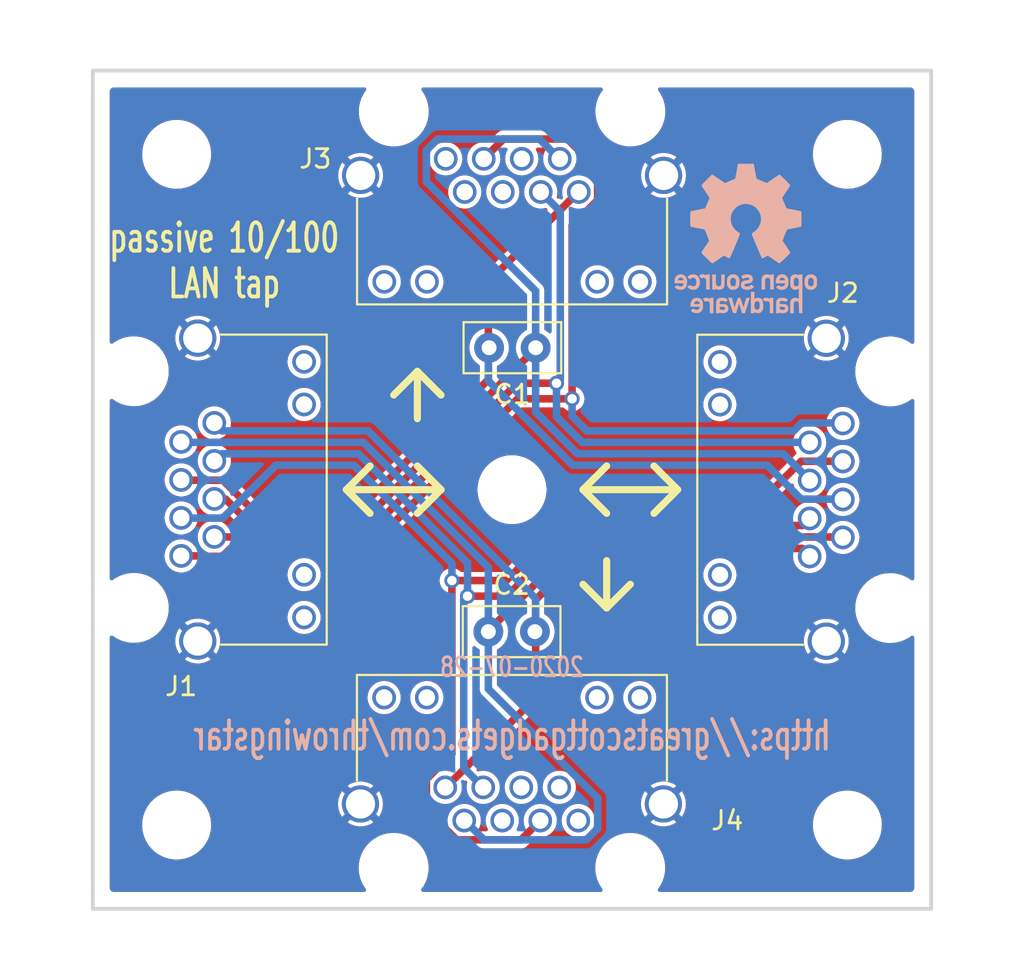
<source format=kicad_pcb>
(kicad_pcb (version 20221018) (generator pcbnew)
  (title_block (title "Throwing Star LAN Tap Pro") (date "2020-07-28") (company "Copyright (c) 2010-2020 Great Scott Gadgets <info@greatscottgadgets.com>") (comment 1 "Licensed under the CERN-OHL-P v2"))
  (layers (0 "F.Cu" signal "Front") (31 "B.Cu" signal "Back") (34 "B.Paste" user) (35 "F.Paste" user) (36 "B.SilkS" user "B.Silkscreen") (37 "F.SilkS" user "F.Silkscreen") (38 "B.Mask" user) (39 "F.Mask" user) (44 "Edge.Cuts" user))
  (net 0 "")
  (net 1 "/SIG1")
  (net 2 "/SIG2")
  (net 3 "/SIG3")
  (net 4 "/SIG4")
  (net 5 "/SIG5")
  (net 6 "/SIG6")
  (net 7 "/SIG7")
  (net 8 "/SIG8")
  (net 9 "Net-(J3-Pad4)")
  (net 10 "Net-(J3-Pad2)")
  (net 11 "Net-(J3-Pad5)")
  (net 12 "Net-(J3-Pad1)")
  (net 13 "Net-(J4-Pad1)")
  (net 14 "Net-(J4-Pad5)")
  (net 15 "Net-(J4-Pad2)")
  (net 16 "Net-(J4-Pad4)")
  (net 17 "GND")
  (footprint "MountingHole:MountingHole_3.2mm_M3" (layer "F.Cu") (at 108.99902 83.59902)
    (fp_text reference "REF**")
    (fp_text value "MountingHole_3.2mm_M3")
    (pad "" np_thru_hole circle (at 0 0) (size 3.2 3.2) (drill 3.2) (layers "*.Cu" "*.Mask"))
  )
  (footprint "Capacitor_THT:C_Disc_D5.0mm_W2.5mm_P2.50mm" (layer "F.Cu") (at 128.27 93.98 180)
    (fp_text reference "C1" (at 1.25 -2.5) (layer "F.SilkS"))
    (fp_text value "220pF")
    (pad "1" thru_hole circle (at 0 0 180) (size 1.6 1.6) (drill 0.8) (layers "*.Cu" "*.Mask") (net 4 "/SIG4"))
    (pad "2" thru_hole circle (at 2.5 0 180) (size 1.6 1.6) (drill 0.8) (layers "*.Cu" "*.Mask") (net 5 "/SIG5"))
  )
  (footprint "Capacitor_THT:C_Disc_D5.0mm_W2.5mm_P2.50mm" (layer "F.Cu") (at 125.73 109.22)
    (fp_text reference "C2" (at 1.25 -2.5) (layer "F.SilkS"))
    (fp_text value "220pF")
    (pad "1" thru_hole circle (at 0 0) (size 1.6 1.6) (drill 0.8) (layers "*.Cu" "*.Mask") (net 7 "/SIG7"))
    (pad "2" thru_hole circle (at 2.5 0) (size 1.6 1.6) (drill 0.8) (layers "*.Cu" "*.Mask") (net 8 "/SIG8"))
  )
  (footprint "throwing-star:RJ45_Amphenol_RJHSE538X_TSLTP" (layer "F.Cu") (at 109.24032 105.156 90)
    (fp_text reference "J1" (at -7 0 180) (layer "F.SilkS"))
    (fp_text value "RJ45_Shielded")
    (pad "" np_thru_hole circle (at -2.79 -2.54 90) (size 3.25 3.25) (drill 3.25) (layers "*.Cu" "*.Mask"))
    (pad "" np_thru_hole circle (at 9.91 -2.54 90) (size 3.25 3.25) (drill 3.25) (layers "*.Cu" "*.Mask"))
    (pad "1" thru_hole circle (at 0 0 90) (size 1.27 1.27) (drill 0.89) (layers "*.Cu" "*.Mask") (net 1 "/SIG1"))
    (pad "2" thru_hole circle (at 1.02 1.78 90) (size 1.27 1.27) (drill 0.89) (layers "*.Cu" "*.Mask") (net 2 "/SIG2"))
    (pad "3" thru_hole circle (at 2.04 0 90) (size 1.27 1.27) (drill 0.89) (layers "*.Cu" "*.Mask") (net 3 "/SIG3"))
    (pad "4" thru_hole circle (at 3.06 1.78 90) (size 1.27 1.27) (drill 0.89) (layers "*.Cu" "*.Mask") (net 4 "/SIG4"))
    (pad "5" thru_hole circle (at 4.08 0 90) (size 1.27 1.27) (drill 0.89) (layers "*.Cu" "*.Mask") (net 5 "/SIG5"))
    (pad "6" thru_hole circle (at 5.1 1.78 90) (size 1.27 1.27) (drill 0.89) (layers "*.Cu" "*.Mask") (net 6 "/SIG6"))
    (pad "7" thru_hole circle (at 6.12 0 90) (size 1.27 1.27) (drill 0.89) (layers "*.Cu" "*.Mask") (net 7 "/SIG7"))
    (pad "8" thru_hole circle (at 7.14 1.78 90) (size 1.27 1.27) (drill 0.89) (layers "*.Cu" "*.Mask") (net 8 "/SIG8"))
    (pad "9" thru_hole circle (at -3.3 6.6 90) (size 1.27 1.27) (drill 0.89) (layers "*.Cu" "*.Mask"))
    (pad "10" thru_hole circle (at -1.01 6.6 90) (size 1.27 1.27) (drill 0.89) (layers "*.Cu" "*.Mask"))
    (pad "11" thru_hole circle (at 8.13 6.6 90) (size 1.27 1.27) (drill 0.89) (layers "*.Cu" "*.Mask"))
    (pad "12" thru_hole circle (at 10.42 6.6 90) (size 1.27 1.27) (drill 0.89) (layers "*.Cu" "*.Mask"))
    (pad "SH" thru_hole circle (at -4.57 0.89 90) (size 2 2) (drill 1.57) (layers "*.Cu" "*.Mask") (net 17 "GND"))
    (pad "SH" thru_hole circle (at 11.69 0.89 90) (size 2 2) (drill 1.57) (layers "*.Cu" "*.Mask") (net 17 "GND"))
  )
  (footprint "throwing-star:RJ45_Amphenol_RJHSE538X_TSLTP" (layer "F.Cu") (at 144.75968 98.044 -90)
    (fp_text reference "J2" (at -7 0 180) (layer "F.SilkS"))
    (fp_text value "RJ45_Shielded")
    (pad "" np_thru_hole circle (at -2.79 -2.54 270) (size 3.25 3.25) (drill 3.25) (layers "*.Cu" "*.Mask"))
    (pad "" np_thru_hole circle (at 9.91 -2.54 270) (size 3.25 3.25) (drill 3.25) (layers "*.Cu" "*.Mask"))
    (pad "1" thru_hole circle (at 0 0 270) (size 1.27 1.27) (drill 0.89) (layers "*.Cu" "*.Mask") (net 1 "/SIG1"))
    (pad "2" thru_hole circle (at 1.02 1.78 270) (size 1.27 1.27) (drill 0.89) (layers "*.Cu" "*.Mask") (net 2 "/SIG2"))
    (pad "3" thru_hole circle (at 2.04 0 270) (size 1.27 1.27) (drill 0.89) (layers "*.Cu" "*.Mask") (net 3 "/SIG3"))
    (pad "4" thru_hole circle (at 3.06 1.78 270) (size 1.27 1.27) (drill 0.89) (layers "*.Cu" "*.Mask") (net 4 "/SIG4"))
    (pad "5" thru_hole circle (at 4.08 0 270) (size 1.27 1.27) (drill 0.89) (layers "*.Cu" "*.Mask") (net 5 "/SIG5"))
    (pad "6" thru_hole circle (at 5.1 1.78 270) (size 1.27 1.27) (drill 0.89) (layers "*.Cu" "*.Mask") (net 6 "/SIG6"))
    (pad "7" thru_hole circle (at 6.12 0 270) (size 1.27 1.27) (drill 0.89) (layers "*.Cu" "*.Mask") (net 7 "/SIG7"))
    (pad "8" thru_hole circle (at 7.14 1.78 270) (size 1.27 1.27) (drill 0.89) (layers "*.Cu" "*.Mask") (net 8 "/SIG8"))
    (pad "9" thru_hole circle (at -3.3 6.6 270) (size 1.27 1.27) (drill 0.89) (layers "*.Cu" "*.Mask"))
    (pad "10" thru_hole circle (at -1.01 6.6 270) (size 1.27 1.27) (drill 0.89) (layers "*.Cu" "*.Mask"))
    (pad "11" thru_hole circle (at 8.13 6.6 270) (size 1.27 1.27) (drill 0.89) (layers "*.Cu" "*.Mask"))
    (pad "12" thru_hole circle (at 10.42 6.6 270) (size 1.27 1.27) (drill 0.89) (layers "*.Cu" "*.Mask"))
    (pad "SH" thru_hole circle (at -4.57 0.89 270) (size 2 2) (drill 1.57) (layers "*.Cu" "*.Mask") (net 17 "GND"))
    (pad "SH" thru_hole circle (at 11.69 0.89 270) (size 2 2) (drill 1.57) (layers "*.Cu" "*.Mask") (net 17 "GND"))
  )
  (footprint "throwing-star:RJ45_Amphenol_RJHSE538X_TSLTP" (layer "F.Cu") (at 123.444 83.84032)
    (fp_text reference "J3" (at -7 0) (layer "F.SilkS"))
    (fp_text value "RJ45_Shielded")
    (pad "" np_thru_hole circle (at -2.79 -2.54) (size 3.25 3.25) (drill 3.25) (layers "*.Cu" "*.Mask"))
    (pad "" np_thru_hole circle (at 9.91 -2.54) (size 3.25 3.25) (drill 3.25) (layers "*.Cu" "*.Mask"))
    (pad "1" thru_hole circle (at 0 0) (size 1.27 1.27) (drill 0.89) (layers "*.Cu" "*.Mask") (net 12 "Net-(J3-Pad1)"))
    (pad "2" thru_hole circle (at 1.02 1.78) (size 1.27 1.27) (drill 0.89) (layers "*.Cu" "*.Mask") (net 10 "Net-(J3-Pad2)"))
    (pad "3" thru_hole circle (at 2.04 0) (size 1.27 1.27) (drill 0.89) (layers "*.Cu" "*.Mask") (net 1 "/SIG1"))
    (pad "4" thru_hole circle (at 3.06 1.78) (size 1.27 1.27) (drill 0.89) (layers "*.Cu" "*.Mask") (net 9 "Net-(J3-Pad4)"))
    (pad "5" thru_hole circle (at 4.08 0) (size 1.27 1.27) (drill 0.89) (layers "*.Cu" "*.Mask") (net 11 "Net-(J3-Pad5)"))
    (pad "6" thru_hole circle (at 5.1 1.78) (size 1.27 1.27) (drill 0.89) (layers "*.Cu" "*.Mask") (net 2 "/SIG2"))
    (pad "7" thru_hole circle (at 6.12 0) (size 1.27 1.27) (drill 0.89) (layers "*.Cu" "*.Mask") (net 4 "/SIG4"))
    (pad "8" thru_hole circle (at 7.14 1.78) (size 1.27 1.27) (drill 0.89) (layers "*.Cu" "*.Mask") (net 5 "/SIG5"))
    (pad "9" thru_hole circle (at -3.3 6.6) (size 1.27 1.27) (drill 0.89) (layers "*.Cu" "*.Mask"))
    (pad "10" thru_hole circle (at -1.01 6.6) (size 1.27 1.27) (drill 0.89) (layers "*.Cu" "*.Mask"))
    (pad "11" thru_hole circle (at 8.13 6.6) (size 1.27 1.27) (drill 0.89) (layers "*.Cu" "*.Mask"))
    (pad "12" thru_hole circle (at 10.42 6.6) (size 1.27 1.27) (drill 0.89) (layers "*.Cu" "*.Mask"))
    (pad "SH" thru_hole circle (at -4.57 0.89) (size 2 2) (drill 1.57) (layers "*.Cu" "*.Mask") (net 17 "GND"))
    (pad "SH" thru_hole circle (at 11.69 0.89) (size 2 2) (drill 1.57) (layers "*.Cu" "*.Mask") (net 17 "GND"))
  )
  (footprint "throwing-star:RJ45_Amphenol_RJHSE538X_TSLTP" (layer "F.Cu") (at 130.556 119.35968 180)
    (fp_text reference "J4" (at -8 0) (layer "F.SilkS"))
    (fp_text value "RJ45_Shielded")
    (pad "" np_thru_hole circle (at -2.79 -2.54 180) (size 3.25 3.25) (drill 3.25) (layers "*.Cu" "*.Mask"))
    (pad "" np_thru_hole circle (at 9.91 -2.54 180) (size 3.25 3.25) (drill 3.25) (layers "*.Cu" "*.Mask"))
    (pad "1" thru_hole circle (at 0 0 180) (size 1.27 1.27) (drill 0.89) (layers "*.Cu" "*.Mask") (net 13 "Net-(J4-Pad1)"))
    (pad "2" thru_hole circle (at 1.02 1.78 180) (size 1.27 1.27) (drill 0.89) (layers "*.Cu" "*.Mask") (net 15 "Net-(J4-Pad2)"))
    (pad "3" thru_hole circle (at 2.04 0 180) (size 1.27 1.27) (drill 0.89) (layers "*.Cu" "*.Mask") (net 3 "/SIG3"))
    (pad "4" thru_hole circle (at 3.06 1.78 180) (size 1.27 1.27) (drill 0.89) (layers "*.Cu" "*.Mask") (net 16 "Net-(J4-Pad4)"))
    (pad "5" thru_hole circle (at 4.08 0 180) (size 1.27 1.27) (drill 0.89) (layers "*.Cu" "*.Mask") (net 14 "Net-(J4-Pad5)"))
    (pad "6" thru_hole circle (at 5.1 1.78 180) (size 1.27 1.27) (drill 0.89) (layers "*.Cu" "*.Mask") (net 6 "/SIG6"))
    (pad "7" thru_hole circle (at 6.12 0 180) (size 1.27 1.27) (drill 0.89) (layers "*.Cu" "*.Mask") (net 7 "/SIG7"))
    (pad "8" thru_hole circle (at 7.14 1.78 180) (size 1.27 1.27) (drill 0.89) (layers "*.Cu" "*.Mask") (net 8 "/SIG8"))
    (pad "9" thru_hole circle (at -3.3 6.6 180) (size 1.27 1.27) (drill 0.89) (layers "*.Cu" "*.Mask"))
    (pad "10" thru_hole circle (at -1.01 6.6 180) (size 1.27 1.27) (drill 0.89) (layers "*.Cu" "*.Mask"))
    (pad "11" thru_hole circle (at 8.13 6.6 180) (size 1.27 1.27) (drill 0.89) (layers "*.Cu" "*.Mask"))
    (pad "12" thru_hole circle (at 10.42 6.6 180) (size 1.27 1.27) (drill 0.89) (layers "*.Cu" "*.Mask"))
    (pad "SH" thru_hole circle (at -4.57 0.89 180) (size 2 2) (drill 1.57) (layers "*.Cu" "*.Mask") (net 17 "GND"))
    (pad "SH" thru_hole circle (at 11.69 0.89 180) (size 2 2) (drill 1.57) (layers "*.Cu" "*.Mask") (net 17 "GND"))
  )
  (footprint "MountingHole:MountingHole_3.2mm_M3" (layer "F.Cu") (at 108.99902 119.60098)
    (fp_text reference "REF**")
    (fp_text value "MountingHole_3.2mm_M3")
    (pad "" np_thru_hole circle (at 0 0) (size 3.2 3.2) (drill 3.2) (layers "*.Cu" "*.Mask"))
  )
  (footprint "MountingHole:MountingHole_3.2mm_M3" (layer "F.Cu") (at 145.00098 83.59902)
    (fp_text reference "REF**")
    (fp_text value "MountingHole_3.2mm_M3")
    (pad "" np_thru_hole circle (at 0 0) (size 3.2 3.2) (drill 3.2) (layers "*.Cu" "*.Mask"))
  )
  (footprint "MountingHole:MountingHole_3.2mm_M3" (layer "F.Cu") (at 127 101.6)
    (fp_text reference "REF**")
    (fp_text value "MountingHole_3.2mm_M3")
    (pad "" np_thru_hole circle (at 0 0) (size 3.2 3.2) (drill 3.2) (layers "*.Cu" "*.Mask"))
  )
  (footprint "MountingHole:MountingHole_3.2mm_M3" (layer "F.Cu") (at 145.00098 119.60098)
    (fp_text reference "REF**")
    (fp_text value "MountingHole_3.2mm_M3")
    (pad "" np_thru_hole circle (at 0 0) (size 3.2 3.2) (drill 3.2) (layers "*.Cu" "*.Mask"))
  )
  (footprint "Symbol:OSHW-Logo_7.5x8mm_SilkScreen" (layer "B.Cu") (at 139.5603 88.1126 180)
    (fp_text reference "REF**" hide)
    (fp_text value "OSHW-Logo_7.5x8mm_SilkScreen" hide)
  )
  (gr_line (start 130.81 106.68) (end 132.08 107.95) (stroke (width 0.381)) (layer "F.SilkS"))
  (gr_line (start 130.81 101.6) (end 135.89 101.6) (stroke (width 0.381)) (layer "F.SilkS"))
  (gr_line (start 132.08 107.95) (end 132.08 105.41) (stroke (width 0.381)) (layer "F.SilkS"))
  (gr_line (start 132.08 100.33) (end 130.81 101.6) (stroke (width 0.381)) (layer "F.SilkS"))
  (gr_line (start 134.62 100.33) (end 135.89 101.6) (stroke (width 0.381)) (layer "F.SilkS"))
  (gr_line (start 121.92 100.33) (end 123.19 101.6) (stroke (width 0.381)) (layer "F.SilkS"))
  (gr_line (start 121.92 95.25) (end 121.92 97.79) (stroke (width 0.381)) (layer "F.SilkS"))
  (gr_line (start 118.11 101.6) (end 123.19 101.6) (stroke (width 0.381)) (layer "F.SilkS"))
  (gr_line (start 135.89 101.6) (end 134.62 102.87) (stroke (width 0.381)) (layer "F.SilkS"))
  (gr_line (start 119.38 100.33) (end 118.11 101.6) (stroke (width 0.381)) (layer "F.SilkS"))
  (gr_line (start 123.19 96.52) (end 121.92 95.25) (stroke (width 0.381)) (layer "F.SilkS"))
  (gr_line (start 118.11 101.6) (end 119.38 102.87) (stroke (width 0.381)) (layer "F.SilkS"))
  (gr_line (start 120.65 96.52) (end 121.92 95.25) (stroke (width 0.381)) (layer "F.SilkS"))
  (gr_line (start 123.19 101.6) (end 121.92 102.87) (stroke (width 0.381)) (layer "F.SilkS"))
  (gr_line (start 130.81 101.6) (end 132.08 102.87) (stroke (width 0.381)) (layer "F.SilkS"))
  (gr_line (start 132.08 107.95) (end 133.35 106.68) (stroke (width 0.381)) (layer "F.SilkS"))
  (gr_line (start 149.49932 124.09932) (end 104.50068 124.09932) (stroke (width 0.2032)) (layer "Edge.Cuts"))
  (gr_line (start 104.50068 124.09932) (end 104.50068 79.10068) (stroke (width 0.2032)) (layer "Edge.Cuts"))
  (gr_line (start 149.49932 79.10068) (end 149.49932 124.09932) (stroke (width 0.2032)) (layer "Edge.Cuts"))
  (gr_line (start 104.50068 79.10068) (end 149.49932 79.10068) (stroke (width 0.2032)) (layer "Edge.Cuts"))
  (gr_text "https://greatscottgadgets.com/throwingstar" (at 127 114.808) (layer "B.SilkS") (effects (font (size 1.524 1.016) (thickness 0.2032)) (justify mirror)))
  (gr_text "2020-07-28" (at 127 111.125) (layer "B.SilkS") (effects (font (size 1.016 0.762) (thickness 0.1524)) (justify mirror)))
  (gr_text "passive 10/100\nLAN tap" (at 111.5568 89.3064) (layer "F.SilkS") (effects (font (size 1.524 1.016) (thickness 0.2032))))
  (segment (start 127.3048 96.7232) (end 119.27332 104.75468) (width 0.4064) (layer "F.Cu") (net 1))
  (segment (start 131.5974 84.4042) (end 131.5974 86.0552) (width 0.4064) (layer "F.Cu") (net 1))
  (segment (start 110.3122 105.156) (end 110.3376 105.1814) (width 0.4064) (layer "F.Cu") (net 1))
  (segment (start 131.5974 86.0552) (end 130.2258 87.4268) (width 0.4064) (layer "F.Cu") (net 1))
  (segment (start 130.2258 96.7232) (end 130.2258 87.4268) (width 0.4064) (layer "F.Cu") (net 1))
  (segment (start 110.3122 105.156) (end 109.24032 105.156) (width 0.4064) (layer "F.Cu") (net 1))
  (segment (start 125.48108 83.84032) (end 126.5428 82.7786) (width 0.4064) (layer "F.Cu") (net 1))
  (segment (start 129.9718 82.7786) (end 131.5974 84.4042) (width 0.4064) (layer "F.Cu") (net 1))
  (segment (start 130.2258 96.7232) (end 127.3048 96.7232) (width 0.4064) (layer "F.Cu") (net 1))
  (segment (start 125.476 83.84032) (end 125.48108 83.84032) (width 0.4064) (layer "F.Cu") (net 1))
  (segment (start 126.5428 82.7786) (end 129.9718 82.7786) (width 0.4064) (layer "F.Cu") (net 1))
  (segment (start 111.46028 105.1814) (end 111.887 104.75468) (width 0.4064) (layer "F.Cu") (net 1))
  (segment (start 119.27332 104.75468) (end 111.887 104.75468) (width 0.4064) (layer "F.Cu") (net 1))
  (segment (start 110.3376 105.1814) (end 111.46028 105.1814) (width 0.4064) (layer "F.Cu") (net 1))
  (via (at 130.2258 96.7232) (size 0.8128) (drill 0.508) (layers "F.Cu" "B.Cu") (net 1))
  (segment (start 130.2258 97.64776) (end 131.02336 98.44532) (width 0.4064) (layer "B.Cu") (net 1))
  (segment (start 144.73428 98.0186) (end 144.75968 98.044) (width 0.4064) (layer "B.Cu") (net 1))
  (segment (start 142.5448 98.0186) (end 144.73428 98.0186) (width 0.4064) (layer "B.Cu") (net 1))
  (segment (start 130.2258 96.7232) (end 130.2258 97.64776) (width 0.4064) (layer "B.Cu") (net 1))
  (segment (start 142.11808 98.44532) (end 142.5448 98.0186) (width 0.4064) (layer "B.Cu") (net 1))
  (segment (start 131.02336 98.44532) (end 142.11808 98.44532) (width 0.4064) (layer "B.Cu") (net 1))
  (segment (start 127.27432 95.885) (end 119.01932 104.14) (width 0.4064) (layer "F.Cu") (net 2))
  (segment (start 129.3876 95.885) (end 127.27432 95.885) (width 0.4064) (layer "F.Cu") (net 2))
  (segment (start 119.01932 104.14) (end 111.01832 104.14) (width 0.4064) (layer "F.Cu") (net 2))
  (via (at 129.3876 95.885) (size 0.8128) (drill 0.508) (layers "F.Cu" "B.Cu") (net 2))
  (segment (start 128.544 85.62032) (end 129.5908 86.66712) (width 0.4064) (layer "B.Cu") (net 2))
  (segment (start 129.3876 97.67824) (end 130.76936 99.06) (width 0.4064) (layer "B.Cu") (net 2))
  (segment (start 129.5908 86.66712) (end 129.5908 95.6818) (width 0.4064) (layer "B.Cu") (net 2))
  (segment (start 130.76936 99.06) (end 142.98168 99.06) (width 0.4064) (layer "B.Cu") (net 2))
  (segment (start 129.3876 95.885) (end 129.3876 97.67824) (width 0.4064) (layer "B.Cu") (net 2))
  (segment (start 129.5908 95.6818) (end 129.3876 95.885) (width 0.4064) (layer "B.Cu") (net 2))
  (segment (start 124.0282 120.396) (end 122.4026 118.7704) (width 0.4064) (layer "F.Cu") (net 3))
  (segment (start 123.7742 106.4768) (end 126.6952 106.4768) (width 0.4064) (layer "F.Cu") (net 3))
  (segment (start 127.4826 120.396) (end 124.0282 120.396) (width 0.4064) (layer "F.Cu") (net 3))
  (segment (start 123.7742 115.7732) (end 122.4026 117.1448) (width 0.4064) (layer "F.Cu") (net 3))
  (segment (start 122.4026 118.7704) (end 122.4026 117.1448) (width 0.4064) (layer "F.Cu") (net 3))
  (segment (start 128.51892 119.35968) (end 127.4826 120.396) (width 0.4064) (layer "F.Cu") (net 3))
  (segment (start 123.7742 115.7732) (end 123.7742 106.4768) (width 0.4064) (layer "F.Cu") (net 3))
  (segment (start 126.6952 106.4768) (end 130.26136 102.91064) (width 0.4064) (layer "F.Cu") (net 3))
  (segment (start 142.5194 100.076) (end 139.68476 102.91064) (width 0.4064) (layer "F.Cu") (net 3))
  (segment (start 144.75968 100.076) (end 142.5194 100.076) (width 0.4064) (layer "F.Cu") (net 3))
  (segment (start 139.68476 102.91064) (end 130.26136 102.91064) (width 0.4064) (layer "F.Cu") (net 3))
  (segment (start 128.51892 119.35968) (end 128.524 119.35968) (width 0.4064) (layer "F.Cu") (net 3))
  (via (at 123.7742 106.4768) (size 0.8128) (drill 0.508) (layers "F.Cu" "B.Cu") (net 3))
  (segment (start 118.51132 100.28936) (end 123.7742 105.55224) (width 0.4064) (layer "B.Cu") (net 3))
  (segment (start 111.4806 103.124) (end 109.24032 103.124) (width 0.4064) (layer "B.Cu") (net 3))
  (segment (start 111.4806 103.124) (end 114.31524 100.28936) (width 0.4064) (layer "B.Cu") (net 3))
  (segment (start 114.31524 100.28936) (end 118.51132 100.28936) (width 0.4064) (layer "B.Cu") (net 3))
  (segment (start 123.7742 106.4768) (end 123.7742 105.55224) (width 0.4064) (layer "B.Cu") (net 3))
  (segment (start 111.62792 102.108) (end 113.04524 103.52532) (width 0.4064) (layer "F.Cu") (net 4))
  (segment (start 111.01832 102.108) (end 111.62792 102.108) (width 0.4064) (layer "F.Cu") (net 4))
  (segment (start 113.04524 103.52532) (end 118.76532 103.52532) (width 0.4064) (layer "F.Cu") (net 4))
  (segment (start 128.27 94.02064) (end 118.76532 103.52532) (width 0.4064) (layer "F.Cu") (net 4))
  (segment (start 128.27 94.02064) (end 128.27 93.98) (width 0.4064) (layer "F.Cu") (net 4))
  (segment (start 141.56436 99.67468) (end 142.98168 101.092) (width 0.4064) (layer "B.Cu") (net 4))
  (segment (start 128.27 93.98) (end 128.27 97.42932) (width 0.4064) (layer "B.Cu") (net 4))
  (segment (start 128.27 90.932) (end 128.27 93.98) (width 0.4064) (layer "B.Cu") (net 4))
  (segment (start 129.53492 83.84032) (end 128.4732 82.7786) (width 0.4064) (layer "B.Cu") (net 4))
  (segment (start 128.27 97.42932) (end 130.51536 99.67468) (width 0.4064) (layer "B.Cu") (net 4))
  (segment (start 123.0122 82.7786) (end 122.4026 83.3882) (width 0.4064) (layer "B.Cu") (net 4))
  (segment (start 122.4026 83.3882) (end 122.4026 85.0646) (width 0.4064) (layer "B.Cu") (net 4))
  (segment (start 130.51536 99.67468) (end 141.56436 99.67468) (width 0.4064) (layer "B.Cu") (net 4))
  (segment (start 122.4026 85.0646) (end 128.27 90.932) (width 0.4064) (layer "B.Cu") (net 4))
  (segment (start 128.4732 82.7786) (end 123.0122 82.7786) (width 0.4064) (layer "B.Cu") (net 4))
  (segment (start 129.54 83.84032) (end 129.53492 83.84032) (width 0.4064) (layer "B.Cu") (net 4))
  (segment (start 109.24032 101.092) (end 111.4806 101.092) (width 0.4064) (layer "F.Cu") (net 5))
  (segment (start 125.73 95.69196) (end 125.73 93.98) (width 0.4064) (layer "F.Cu") (net 5))
  (segment (start 111.4806 101.092) (end 113.29924 102.91064) (width 0.4064) (layer "F.Cu") (net 5))
  (segment (start 125.73 93.98) (end 125.73 90.44432) (width 0.4064) (layer "F.Cu") (net 5))
  (segment (start 118.51132 102.91064) (end 125.73 95.69196) (width 0.4064) (layer "F.Cu") (net 5))
  (segment (start 125.73 90.44432) (end 130.556 85.61832) (width 0.4064) (layer "F.Cu") (net 5))
  (segment (start 113.29924 102.91064) (end 118.51132 102.91064) (width 0.4064) (layer "F.Cu") (net 5))
  (segment (start 125.73 95.758) (end 130.26136 100.28936) (width 0.4064) (layer "B.Cu") (net 5))
  (segment (start 130.26136 100.28936) (end 140.70076 100.28936) (width 0.4064) (layer "B.Cu") (net 5))
  (segment (start 140.70076 100.28936) (end 142.5194 102.108) (width 0.4064) (layer "B.Cu") (net 5))
  (segment (start 125.73 95.758) (end 125.73 93.98) (width 0.4064) (layer "B.Cu") (net 5))
  (segment (start 144.75968 102.108) (end 142.5194 102.108) (width 0.4064) (layer "B.Cu") (net 5))
  (segment (start 130.51536 103.52532) (end 126.72568 107.315) (width 0.4064) (layer "F.Cu") (net 6))
  (segment (start 142.97152 103.124) (end 142.5702 103.52532) (width 0.4064) (layer "F.Cu") (net 6))
  (segment (start 142.5702 103.52532) (end 130.51536 103.52532) (width 0.4064) (layer "F.Cu") (net 6))
  (segment (start 124.6124 107.315) (end 126.72568 107.315) (width 0.4064) (layer "F.Cu") (net 6))
  (segment (start 142.98168 103.124) (end 142.97152 103.124) (width 0.4064) (layer "F.Cu") (net 6))
  (via (at 124.6124 107.315) (size 0.8128) (drill 0.508) (layers "F.Cu" "B.Cu") (net 6))
  (segment (start 124.6124 107.315) (end 124.6124 105.52176) (width 0.4064) (layer "B.Cu") (net 6))
  (segment (start 125.456 117.57968) (end 124.4092 116.53288) (width 0.4064) (layer "B.Cu") (net 6))
  (segment (start 111.02848 100.076) (end 111.01832 100.076) (width 0.4064) (layer "B.Cu") (net 6))
  (segment (start 118.76532 99.67468) (end 124.6124 105.52176) (width 0.4064) (layer "B.Cu") (net 6))
  (segment (start 111.4298 99.67468) (end 118.76532 99.67468) (width 0.4064) (layer "B.Cu") (net 6))
  (segment (start 124.4092 116.53288) (end 124.4092 107.5182) (width 0.4064) (layer "B.Cu") (net 6))
  (segment (start 124.4092 107.5182) (end 124.6124 107.315) (width 0.4064) (layer "B.Cu") (net 6))
  (segment (start 111.02848 100.076) (end 111.4298 99.67468) (width 0.4064) (layer "B.Cu") (net 6))
  (segment (start 125.73 109.17936) (end 125.73 109.22) (width 0.4064) (layer "F.Cu") (net 7))
  (segment (start 130.76936 104.14) (end 125.73 109.17936) (width 0.4064) (layer "F.Cu") (net 7))
  (segment (start 144.75968 104.14) (end 130.76936 104.14) (width 0.4064) (layer "F.Cu") (net 7))
  (segment (start 125.73 105.77068) (end 125.73 109.22) (width 0.4064) (layer "B.Cu") (net 7))
  (segment (start 131.5974 118.1608) (end 125.73 112.2934) (width 0.4064) (layer "B.Cu") (net 7))
  (segment (start 119.01932 99.06) (end 125.73 105.77068) (width 0.4064) (layer "B.Cu") (net 7))
  (segment (start 124.46 119.35968) (end 124.46508 119.35968) (width 0.4064) (layer "B.Cu") (net 7))
  (segment (start 109.24032 99.06) (end 119.01932 99.06) (width 0.4064) (layer "B.Cu") (net 7))
  (segment (start 124.46508 119.35968) (end 125.5014 120.396) (width 0.4064) (layer "B.Cu") (net 7))
  (segment (start 125.5014 120.396) (end 130.9878 120.396) (width 0.4064) (layer "B.Cu") (net 7))
  (segment (start 125.73 112.2934) (end 125.73 109.22) (width 0.4064) (layer "B.Cu") (net 7))
  (segment (start 131.5974 119.7864) (end 131.5974 118.1608) (width 0.4064) (layer "B.Cu") (net 7))
  (segment (start 130.9878 120.396) (end 131.5974 119.7864) (width 0.4064) (layer "B.Cu") (net 7))
  (segment (start 142.97152 105.156) (end 142.5702 104.75468) (width 0.4064) (layer "F.Cu") (net 8))
  (segment (start 131.02336 104.75468) (end 128.27 107.50804) (width 0.4064) (layer "F.Cu") (net 8))
  (segment (start 142.98168 105.156) (end 142.97152 105.156) (width 0.4064) (layer "F.Cu") (net 8))
  (segment (start 128.27 107.50804) (end 128.27 109.22) (width 0.4064) (layer "F.Cu") (net 8))
  (segment (start 142.5702 104.75468) (end 131.02336 104.75468) (width 0.4064) (layer "F.Cu") (net 8))
  (segment (start 128.27 112.75568) (end 123.444 117.58168) (width 0.4064) (layer "F.Cu") (net 8))
  (segment (start 128.27 109.22) (end 128.27 112.75568) (width 0.4064) (layer "F.Cu") (net 8))
  (segment (start 128.27 107.442) (end 128.27 109.22) (width 0.4064) (layer "B.Cu") (net 8))
  (segment (start 111.01832 98.044) (end 111.02848 98.044) (width 0.4064) (layer "B.Cu") (net 8))
  (segment (start 119.27332 98.44532) (end 128.27 107.442) (width 0.4064) (layer "B.Cu") (net 8))
  (segment (start 111.02848 98.044) (end 111.4298 98.44532) (width 0.4064) (layer "B.Cu") (net 8))
  (segment (start 111.4298 98.44532) (end 119.27332 98.44532) (width 0.4064) (layer "B.Cu") (net 8))
  (zone (net 17) (net_name "GND") (layer "F.Cu") (connect_pads (clearance 0.254)) (min_thickness 0.2032) (fill yes (thermal_gap 0.2032) (thermal_bridge_width 0.4064) (smoothing fillet) (radius 0.2032))
    (polygon (pts (xy 148.59 123.19) (xy 105.41 123.19) (xy 105.41 80.01) (xy 148.59 80.01)))
  )
  (zone (net 17) (net_name "GND") (layer "B.Cu") (connect_pads (clearance 0.254)) (min_thickness 0.2032) (fill yes (thermal_gap 0.2032) (thermal_bridge_width 0.4064) (smoothing fillet) (radius 0.2032))
    (polygon (pts (xy 148.59 123.19) (xy 105.41 123.19) (xy 105.41 80.01) (xy 148.59 80.01)))
  )
)
</source>
